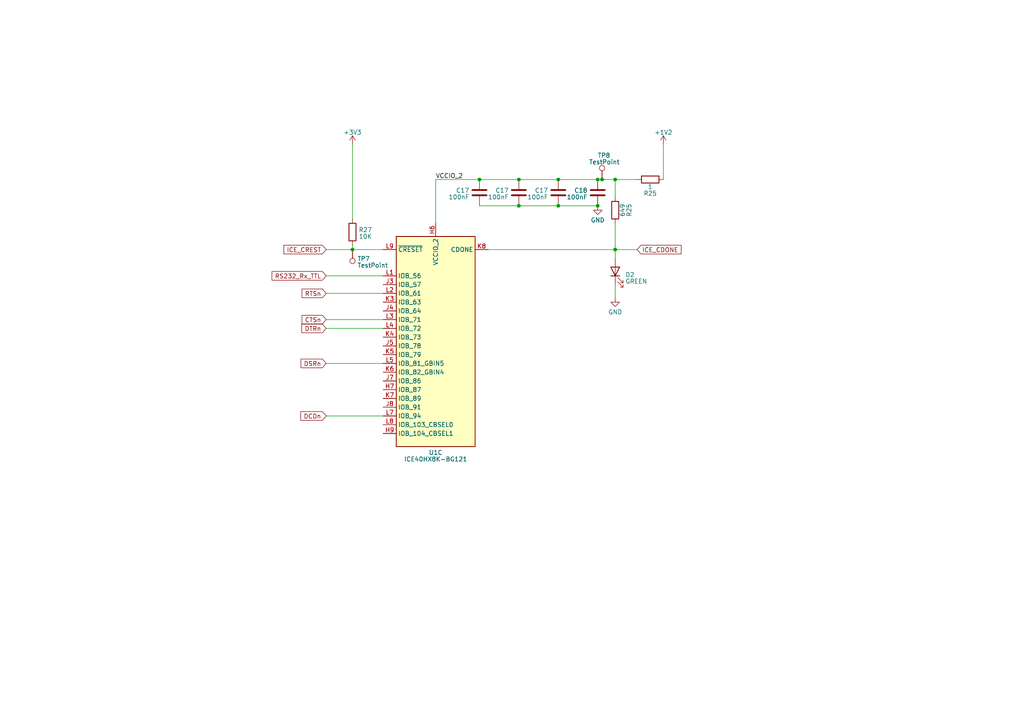
<source format=kicad_sch>
(kicad_sch (version 20230121) (generator eeschema)

  (uuid de984c47-a4b3-4404-8f6d-5958f9d846d6)

  (paper "A4")

  (title_block
    (date "2023-04-25")
    (rev "V0.5")
    (company "Universal-Field-Objects")
  )

  (lib_symbols
    (symbol "Connector:TestPoint" (pin_numbers hide) (pin_names (offset 0.762) hide) (in_bom yes) (on_board yes)
      (property "Reference" "TP" (at 0 6.858 0)
        (effects (font (size 1.27 1.27)))
      )
      (property "Value" "TestPoint" (at 0 5.08 0)
        (effects (font (size 1.27 1.27)))
      )
      (property "Footprint" "" (at 5.08 0 0)
        (effects (font (size 1.27 1.27)) hide)
      )
      (property "Datasheet" "~" (at 5.08 0 0)
        (effects (font (size 1.27 1.27)) hide)
      )
      (property "ki_keywords" "test point tp" (at 0 0 0)
        (effects (font (size 1.27 1.27)) hide)
      )
      (property "ki_description" "test point" (at 0 0 0)
        (effects (font (size 1.27 1.27)) hide)
      )
      (property "ki_fp_filters" "Pin* Test*" (at 0 0 0)
        (effects (font (size 1.27 1.27)) hide)
      )
      (symbol "TestPoint_0_1"
        (circle (center 0 3.302) (radius 0.762)
          (stroke (width 0) (type default))
          (fill (type none))
        )
      )
      (symbol "TestPoint_1_1"
        (pin passive line (at 0 0 90) (length 2.54)
          (name "1" (effects (font (size 1.27 1.27))))
          (number "1" (effects (font (size 1.27 1.27))))
        )
      )
    )
    (symbol "Device:C" (pin_numbers hide) (pin_names (offset 0.254)) (in_bom yes) (on_board yes)
      (property "Reference" "C" (at 0.635 2.54 0)
        (effects (font (size 1.27 1.27)) (justify left))
      )
      (property "Value" "C" (at 0.635 -2.54 0)
        (effects (font (size 1.27 1.27)) (justify left))
      )
      (property "Footprint" "" (at 0.9652 -3.81 0)
        (effects (font (size 1.27 1.27)) hide)
      )
      (property "Datasheet" "~" (at 0 0 0)
        (effects (font (size 1.27 1.27)) hide)
      )
      (property "ki_keywords" "cap capacitor" (at 0 0 0)
        (effects (font (size 1.27 1.27)) hide)
      )
      (property "ki_description" "Unpolarized capacitor" (at 0 0 0)
        (effects (font (size 1.27 1.27)) hide)
      )
      (property "ki_fp_filters" "C_*" (at 0 0 0)
        (effects (font (size 1.27 1.27)) hide)
      )
      (symbol "C_0_1"
        (polyline
          (pts
            (xy -2.032 -0.762)
            (xy 2.032 -0.762)
          )
          (stroke (width 0.508) (type default))
          (fill (type none))
        )
        (polyline
          (pts
            (xy -2.032 0.762)
            (xy 2.032 0.762)
          )
          (stroke (width 0.508) (type default))
          (fill (type none))
        )
      )
      (symbol "C_1_1"
        (pin passive line (at 0 3.81 270) (length 2.794)
          (name "~" (effects (font (size 1.27 1.27))))
          (number "1" (effects (font (size 1.27 1.27))))
        )
        (pin passive line (at 0 -3.81 90) (length 2.794)
          (name "~" (effects (font (size 1.27 1.27))))
          (number "2" (effects (font (size 1.27 1.27))))
        )
      )
    )
    (symbol "Device:LED" (pin_numbers hide) (pin_names (offset 1.016) hide) (in_bom yes) (on_board yes)
      (property "Reference" "D" (at 0 2.54 0)
        (effects (font (size 1.27 1.27)))
      )
      (property "Value" "LED" (at 0 -2.54 0)
        (effects (font (size 1.27 1.27)))
      )
      (property "Footprint" "" (at 0 0 0)
        (effects (font (size 1.27 1.27)) hide)
      )
      (property "Datasheet" "~" (at 0 0 0)
        (effects (font (size 1.27 1.27)) hide)
      )
      (property "ki_keywords" "LED diode" (at 0 0 0)
        (effects (font (size 1.27 1.27)) hide)
      )
      (property "ki_description" "Light emitting diode" (at 0 0 0)
        (effects (font (size 1.27 1.27)) hide)
      )
      (property "ki_fp_filters" "LED* LED_SMD:* LED_THT:*" (at 0 0 0)
        (effects (font (size 1.27 1.27)) hide)
      )
      (symbol "LED_0_1"
        (polyline
          (pts
            (xy -1.27 -1.27)
            (xy -1.27 1.27)
          )
          (stroke (width 0.254) (type default))
          (fill (type none))
        )
        (polyline
          (pts
            (xy -1.27 0)
            (xy 1.27 0)
          )
          (stroke (width 0) (type default))
          (fill (type none))
        )
        (polyline
          (pts
            (xy 1.27 -1.27)
            (xy 1.27 1.27)
            (xy -1.27 0)
            (xy 1.27 -1.27)
          )
          (stroke (width 0.254) (type default))
          (fill (type none))
        )
        (polyline
          (pts
            (xy -3.048 -0.762)
            (xy -4.572 -2.286)
            (xy -3.81 -2.286)
            (xy -4.572 -2.286)
            (xy -4.572 -1.524)
          )
          (stroke (width 0) (type default))
          (fill (type none))
        )
        (polyline
          (pts
            (xy -1.778 -0.762)
            (xy -3.302 -2.286)
            (xy -2.54 -2.286)
            (xy -3.302 -2.286)
            (xy -3.302 -1.524)
          )
          (stroke (width 0) (type default))
          (fill (type none))
        )
      )
      (symbol "LED_1_1"
        (pin passive line (at -3.81 0 0) (length 2.54)
          (name "K" (effects (font (size 1.27 1.27))))
          (number "1" (effects (font (size 1.27 1.27))))
        )
        (pin passive line (at 3.81 0 180) (length 2.54)
          (name "A" (effects (font (size 1.27 1.27))))
          (number "2" (effects (font (size 1.27 1.27))))
        )
      )
    )
    (symbol "Device:R" (pin_numbers hide) (pin_names (offset 0)) (in_bom yes) (on_board yes)
      (property "Reference" "R" (at 2.032 0 90)
        (effects (font (size 1.27 1.27)))
      )
      (property "Value" "R" (at 0 0 90)
        (effects (font (size 1.27 1.27)))
      )
      (property "Footprint" "" (at -1.778 0 90)
        (effects (font (size 1.27 1.27)) hide)
      )
      (property "Datasheet" "~" (at 0 0 0)
        (effects (font (size 1.27 1.27)) hide)
      )
      (property "ki_keywords" "R res resistor" (at 0 0 0)
        (effects (font (size 1.27 1.27)) hide)
      )
      (property "ki_description" "Resistor" (at 0 0 0)
        (effects (font (size 1.27 1.27)) hide)
      )
      (property "ki_fp_filters" "R_*" (at 0 0 0)
        (effects (font (size 1.27 1.27)) hide)
      )
      (symbol "R_0_1"
        (rectangle (start -1.016 -2.54) (end 1.016 2.54)
          (stroke (width 0.254) (type default))
          (fill (type none))
        )
      )
      (symbol "R_1_1"
        (pin passive line (at 0 3.81 270) (length 1.27)
          (name "~" (effects (font (size 1.27 1.27))))
          (number "1" (effects (font (size 1.27 1.27))))
        )
        (pin passive line (at 0 -3.81 90) (length 1.27)
          (name "~" (effects (font (size 1.27 1.27))))
          (number "2" (effects (font (size 1.27 1.27))))
        )
      )
    )
    (symbol "FPGA_Lattice:ICE40HX8K-BG121" (in_bom yes) (on_board yes)
      (property "Reference" "U" (at 2.54 44.45 0)
        (effects (font (size 1.27 1.27)))
      )
      (property "Value" "ICE40HX8K-BG121" (at 10.16 41.91 0)
        (effects (font (size 1.27 1.27)))
      )
      (property "Footprint" "Package_BGA:BGA-121_9.0x9.0mm_Layout11x11_P0.8mm_Ball0.4mm_Pad0.35mm_NSMD" (at 0 -36.83 0)
        (effects (font (size 1.27 1.27)) hide)
      )
      (property "Datasheet" "http://www.latticesemi.com/Products/FPGAandCPLD/iCE40" (at -21.59 25.4 0)
        (effects (font (size 1.27 1.27)) hide)
      )
      (property "ki_locked" "" (at 0 0 0)
        (effects (font (size 1.27 1.27)))
      )
      (property "ki_keywords" "FPGA programmable logic" (at 0 0 0)
        (effects (font (size 1.27 1.27)) hide)
      )
      (property "ki_description" "iCE40 HX FPGA, 7680 LUTs, 1.2V, BGA-121" (at 0 0 0)
        (effects (font (size 1.27 1.27)) hide)
      )
      (property "ki_fp_filters" "BGA*9.0x9.0mm*Layout11x11*P0.8mm*Ball0.4mm*" (at 0 0 0)
        (effects (font (size 1.27 1.27)) hide)
      )
      (symbol "ICE40HX8K-BG121_1_1"
        (rectangle (start -8.89 31.75) (end 8.89 -38.1)
          (stroke (width 0.254) (type default))
          (fill (type background))
        )
        (pin bidirectional line (at -12.7 -35.56 0) (length 3.81)
          (name "IOT_225" (effects (font (size 1.27 1.27))))
          (number "A1" (effects (font (size 1.27 1.27))))
        )
        (pin bidirectional line (at -12.7 17.78 0) (length 3.81)
          (name "IOT_170" (effects (font (size 1.27 1.27))))
          (number "A10" (effects (font (size 1.27 1.27))))
        )
        (pin bidirectional line (at -12.7 20.32 0) (length 3.81)
          (name "IOT_168" (effects (font (size 1.27 1.27))))
          (number "A11" (effects (font (size 1.27 1.27))))
        )
        (pin bidirectional line (at -12.7 -30.48 0) (length 3.81)
          (name "IOT_222" (effects (font (size 1.27 1.27))))
          (number "A2" (effects (font (size 1.27 1.27))))
        )
        (pin bidirectional line (at -12.7 -33.02 0) (length 3.81)
          (name "IOT_223" (effects (font (size 1.27 1.27))))
          (number "A3" (effects (font (size 1.27 1.27))))
        )
        (pin bidirectional line (at -12.7 -20.32 0) (length 3.81)
          (name "IOT_211" (effects (font (size 1.27 1.27))))
          (number "A4" (effects (font (size 1.27 1.27))))
        )
        (pin bidirectional line (at -12.7 -15.24 0) (length 3.81)
          (name "IOT_207" (effects (font (size 1.27 1.27))))
          (number "A5" (effects (font (size 1.27 1.27))))
        )
        (pin bidirectional line (at -12.7 -12.7 0) (length 3.81)
          (name "IOT_206" (effects (font (size 1.27 1.27))))
          (number "A6" (effects (font (size 1.27 1.27))))
        )
        (pin bidirectional line (at -12.7 -5.08 0) (length 3.81)
          (name "IOT_192" (effects (font (size 1.27 1.27))))
          (number "A7" (effects (font (size 1.27 1.27))))
        )
        (pin bidirectional line (at -12.7 0 0) (length 3.81)
          (name "IOT_190" (effects (font (size 1.27 1.27))))
          (number "A8" (effects (font (size 1.27 1.27))))
        )
        (pin bidirectional line (at -12.7 7.62 0) (length 3.81)
          (name "IOT_178" (effects (font (size 1.27 1.27))))
          (number "A9" (effects (font (size 1.27 1.27))))
        )
        (pin bidirectional line (at -12.7 -27.94 0) (length 3.81)
          (name "IOT_221" (effects (font (size 1.27 1.27))))
          (number "B3" (effects (font (size 1.27 1.27))))
        )
        (pin bidirectional line (at -12.7 -25.4 0) (length 3.81)
          (name "IOT_219" (effects (font (size 1.27 1.27))))
          (number "B4" (effects (font (size 1.27 1.27))))
        )
        (pin bidirectional line (at -12.7 -17.78 0) (length 3.81)
          (name "IOT_208" (effects (font (size 1.27 1.27))))
          (number "B5" (effects (font (size 1.27 1.27))))
        )
        (pin bidirectional line (at -12.7 -10.16 0) (length 3.81)
          (name "IOT_198_GBIN0" (effects (font (size 1.27 1.27))))
          (number "B6" (effects (font (size 1.27 1.27))))
        )
        (pin bidirectional line (at -12.7 -7.62 0) (length 3.81)
          (name "IOT_197_GBIN1" (effects (font (size 1.27 1.27))))
          (number "B7" (effects (font (size 1.27 1.27))))
        )
        (pin bidirectional line (at -12.7 10.16 0) (length 3.81)
          (name "IOT_177" (effects (font (size 1.27 1.27))))
          (number "B8" (effects (font (size 1.27 1.27))))
        )
        (pin bidirectional line (at -12.7 12.7 0) (length 3.81)
          (name "IOT_174" (effects (font (size 1.27 1.27))))
          (number "B9" (effects (font (size 1.27 1.27))))
        )
        (pin bidirectional line (at -12.7 -2.54 0) (length 3.81)
          (name "IOT_191" (effects (font (size 1.27 1.27))))
          (number "C7" (effects (font (size 1.27 1.27))))
        )
        (pin bidirectional line (at -12.7 5.08 0) (length 3.81)
          (name "IOT_179" (effects (font (size 1.27 1.27))))
          (number "C8" (effects (font (size 1.27 1.27))))
        )
        (pin bidirectional line (at -12.7 15.24 0) (length 3.81)
          (name "IOT_172" (effects (font (size 1.27 1.27))))
          (number "C9" (effects (font (size 1.27 1.27))))
        )
        (pin bidirectional line (at -12.7 -22.86 0) (length 3.81)
          (name "IOT_212" (effects (font (size 1.27 1.27))))
          (number "D5" (effects (font (size 1.27 1.27))))
        )
        (pin power_in line (at 0 35.56 270) (length 3.81)
          (name "VCCIO_0" (effects (font (size 1.27 1.27))))
          (number "D6" (effects (font (size 1.27 1.27))))
        )
        (pin bidirectional line (at -12.7 2.54 0) (length 3.81)
          (name "IOT_181" (effects (font (size 1.27 1.27))))
          (number "D7" (effects (font (size 1.27 1.27))))
        )
      )
      (symbol "ICE40HX8K-BG121_2_1"
        (rectangle (start -8.89 31.75) (end 8.89 -33.02)
          (stroke (width 0.254) (type default))
          (fill (type background))
        )
        (pin bidirectional line (at -12.7 -30.48 0) (length 3.81)
          (name "IOR_161" (effects (font (size 1.27 1.27))))
          (number "B11" (effects (font (size 1.27 1.27))))
        )
        (pin bidirectional line (at -12.7 -27.94 0) (length 3.81)
          (name "IOR_160" (effects (font (size 1.27 1.27))))
          (number "C11" (effects (font (size 1.27 1.27))))
        )
        (pin bidirectional line (at -12.7 -25.4 0) (length 3.81)
          (name "IOR_154" (effects (font (size 1.27 1.27))))
          (number "D10" (effects (font (size 1.27 1.27))))
        )
        (pin bidirectional line (at -12.7 -22.86 0) (length 3.81)
          (name "IOR_152" (effects (font (size 1.27 1.27))))
          (number "D11" (effects (font (size 1.27 1.27))))
        )
        (pin bidirectional line (at -12.7 -17.78 0) (length 3.81)
          (name "IOR_147" (effects (font (size 1.27 1.27))))
          (number "D9" (effects (font (size 1.27 1.27))))
        )
        (pin bidirectional line (at -12.7 -10.16 0) (length 3.81)
          (name "IOR_141_GBIN2" (effects (font (size 1.27 1.27))))
          (number "E10" (effects (font (size 1.27 1.27))))
        )
        (pin bidirectional line (at -12.7 -20.32 0) (length 3.81)
          (name "IOR_148" (effects (font (size 1.27 1.27))))
          (number "E11" (effects (font (size 1.27 1.27))))
        )
        (pin bidirectional line (at -12.7 -15.24 0) (length 3.81)
          (name "IOR_146" (effects (font (size 1.27 1.27))))
          (number "E8" (effects (font (size 1.27 1.27))))
        )
        (pin bidirectional line (at -12.7 -12.7 0) (length 3.81)
          (name "IOR_144" (effects (font (size 1.27 1.27))))
          (number "E9" (effects (font (size 1.27 1.27))))
        )
        (pin bidirectional line (at -12.7 -2.54 0) (length 3.81)
          (name "IOR_136" (effects (font (size 1.27 1.27))))
          (number "F10" (effects (font (size 1.27 1.27))))
        )
        (pin bidirectional line (at -12.7 -7.62 0) (length 3.81)
          (name "IOR_140_GBIN3" (effects (font (size 1.27 1.27))))
          (number "F11" (effects (font (size 1.27 1.27))))
        )
        (pin power_in line (at 0 35.56 270) (length 3.81)
          (name "VCCIO_1" (effects (font (size 1.27 1.27))))
          (number "F8" (effects (font (size 1.27 1.27))))
        )
        (pin bidirectional line (at -12.7 -5.08 0) (length 3.81)
          (name "IOR_137" (effects (font (size 1.27 1.27))))
          (number "F9" (effects (font (size 1.27 1.27))))
        )
        (pin bidirectional line (at -12.7 5.08 0) (length 3.81)
          (name "IOR_120" (effects (font (size 1.27 1.27))))
          (number "G10" (effects (font (size 1.27 1.27))))
        )
        (pin bidirectional line (at -12.7 0 0) (length 3.81)
          (name "IOR_129" (effects (font (size 1.27 1.27))))
          (number "G11" (effects (font (size 1.27 1.27))))
        )
        (pin bidirectional line (at -12.7 10.16 0) (length 3.81)
          (name "IOR_118" (effects (font (size 1.27 1.27))))
          (number "G8" (effects (font (size 1.27 1.27))))
        )
        (pin bidirectional line (at -12.7 2.54 0) (length 3.81)
          (name "IOR_128" (effects (font (size 1.27 1.27))))
          (number "G9" (effects (font (size 1.27 1.27))))
        )
        (pin bidirectional line (at -12.7 15.24 0) (length 3.81)
          (name "IOR_116" (effects (font (size 1.27 1.27))))
          (number "H10" (effects (font (size 1.27 1.27))))
        )
        (pin bidirectional line (at -12.7 7.62 0) (length 3.81)
          (name "IOR_119" (effects (font (size 1.27 1.27))))
          (number "H11" (effects (font (size 1.27 1.27))))
        )
        (pin bidirectional line (at -12.7 12.7 0) (length 3.81)
          (name "IOR_117" (effects (font (size 1.27 1.27))))
          (number "J10" (effects (font (size 1.27 1.27))))
        )
        (pin bidirectional line (at -12.7 20.32 0) (length 3.81)
          (name "IOR_114" (effects (font (size 1.27 1.27))))
          (number "J11" (effects (font (size 1.27 1.27))))
        )
        (pin bidirectional line (at -12.7 17.78 0) (length 3.81)
          (name "IOR_115" (effects (font (size 1.27 1.27))))
          (number "K11" (effects (font (size 1.27 1.27))))
        )
      )
      (symbol "ICE40HX8K-BG121_3_1"
        (rectangle (start -11.43 29.21) (end 11.43 -31.75)
          (stroke (width 0.254) (type default))
          (fill (type background))
        )
        (pin power_in line (at 0 33.02 270) (length 3.81)
          (name "VCCIO_2" (effects (font (size 1.27 1.27))))
          (number "H6" (effects (font (size 1.27 1.27))))
        )
        (pin bidirectional line (at -15.24 -15.24 0) (length 3.81)
          (name "IOB_87" (effects (font (size 1.27 1.27))))
          (number "H7" (effects (font (size 1.27 1.27))))
        )
        (pin bidirectional line (at -15.24 -27.94 0) (length 3.81)
          (name "IOB_104_CBSEL1" (effects (font (size 1.27 1.27))))
          (number "H9" (effects (font (size 1.27 1.27))))
        )
        (pin bidirectional line (at -15.24 15.24 0) (length 3.81)
          (name "IOB_57" (effects (font (size 1.27 1.27))))
          (number "J3" (effects (font (size 1.27 1.27))))
        )
        (pin bidirectional line (at -15.24 7.62 0) (length 3.81)
          (name "IOB_64" (effects (font (size 1.27 1.27))))
          (number "J4" (effects (font (size 1.27 1.27))))
        )
        (pin bidirectional line (at -15.24 -2.54 0) (length 3.81)
          (name "IOB_78" (effects (font (size 1.27 1.27))))
          (number "J5" (effects (font (size 1.27 1.27))))
        )
        (pin bidirectional line (at -15.24 -12.7 0) (length 3.81)
          (name "IOB_86" (effects (font (size 1.27 1.27))))
          (number "J7" (effects (font (size 1.27 1.27))))
        )
        (pin bidirectional line (at -15.24 -20.32 0) (length 3.81)
          (name "IOB_91" (effects (font (size 1.27 1.27))))
          (number "J8" (effects (font (size 1.27 1.27))))
        )
        (pin bidirectional line (at -15.24 10.16 0) (length 3.81)
          (name "IOB_63" (effects (font (size 1.27 1.27))))
          (number "K3" (effects (font (size 1.27 1.27))))
        )
        (pin bidirectional line (at -15.24 0 0) (length 3.81)
          (name "IOB_73" (effects (font (size 1.27 1.27))))
          (number "K4" (effects (font (size 1.27 1.27))))
        )
        (pin bidirectional line (at -15.24 -5.08 0) (length 3.81)
          (name "IOB_79" (effects (font (size 1.27 1.27))))
          (number "K5" (effects (font (size 1.27 1.27))))
        )
        (pin bidirectional line (at -15.24 -10.16 0) (length 3.81)
          (name "IOB_82_GBIN4" (effects (font (size 1.27 1.27))))
          (number "K6" (effects (font (size 1.27 1.27))))
        )
        (pin bidirectional line (at -15.24 -17.78 0) (length 3.81)
          (name "IOB_89" (effects (font (size 1.27 1.27))))
          (number "K7" (effects (font (size 1.27 1.27))))
        )
        (pin open_collector line (at 15.24 25.4 180) (length 3.81)
          (name "CDONE" (effects (font (size 1.27 1.27))))
          (number "K8" (effects (font (size 1.27 1.27))))
        )
        (pin bidirectional line (at -15.24 17.78 0) (length 3.81)
          (name "IOB_56" (effects (font (size 1.27 1.27))))
          (number "L1" (effects (font (size 1.27 1.27))))
        )
        (pin bidirectional line (at -15.24 12.7 0) (length 3.81)
          (name "IOB_61" (effects (font (size 1.27 1.27))))
          (number "L2" (effects (font (size 1.27 1.27))))
        )
        (pin bidirectional line (at -15.24 5.08 0) (length 3.81)
          (name "IOB_71" (effects (font (size 1.27 1.27))))
          (number "L3" (effects (font (size 1.27 1.27))))
        )
        (pin bidirectional line (at -15.24 2.54 0) (length 3.81)
          (name "IOB_72" (effects (font (size 1.27 1.27))))
          (number "L4" (effects (font (size 1.27 1.27))))
        )
        (pin bidirectional line (at -15.24 -7.62 0) (length 3.81)
          (name "IOB_81_GBIN5" (effects (font (size 1.27 1.27))))
          (number "L5" (effects (font (size 1.27 1.27))))
        )
        (pin bidirectional line (at -15.24 -22.86 0) (length 3.81)
          (name "IOB_94" (effects (font (size 1.27 1.27))))
          (number "L7" (effects (font (size 1.27 1.27))))
        )
        (pin bidirectional line (at -15.24 -25.4 0) (length 3.81)
          (name "IOB_103_CBSEL0" (effects (font (size 1.27 1.27))))
          (number "L8" (effects (font (size 1.27 1.27))))
        )
        (pin input line (at -15.24 25.4 0) (length 3.81)
          (name "~{CRESET}" (effects (font (size 1.27 1.27))))
          (number "L9" (effects (font (size 1.27 1.27))))
        )
      )
      (symbol "ICE40HX8K-BG121_4_1"
        (rectangle (start -8.89 39.37) (end 8.89 -39.37)
          (stroke (width 0.254) (type default))
          (fill (type background))
        )
        (pin bidirectional line (at -12.7 27.94 0) (length 3.81)
          (name "IOL_2A" (effects (font (size 1.27 1.27))))
          (number "B1" (effects (font (size 1.27 1.27))))
        )
        (pin bidirectional line (at -12.7 25.4 0) (length 3.81)
          (name "IOL_2B" (effects (font (size 1.27 1.27))))
          (number "B2" (effects (font (size 1.27 1.27))))
        )
        (pin bidirectional line (at -12.7 15.24 0) (length 3.81)
          (name "IOL_5B" (effects (font (size 1.27 1.27))))
          (number "C1" (effects (font (size 1.27 1.27))))
        )
        (pin bidirectional line (at -12.7 17.78 0) (length 3.81)
          (name "IOL_5A" (effects (font (size 1.27 1.27))))
          (number "C2" (effects (font (size 1.27 1.27))))
        )
        (pin bidirectional line (at -12.7 20.32 0) (length 3.81)
          (name "IOL_4B" (effects (font (size 1.27 1.27))))
          (number "C3" (effects (font (size 1.27 1.27))))
        )
        (pin bidirectional line (at -12.7 22.86 0) (length 3.81)
          (name "IOL_4A" (effects (font (size 1.27 1.27))))
          (number "C4" (effects (font (size 1.27 1.27))))
        )
        (pin bidirectional line (at -12.7 10.16 0) (length 3.81)
          (name "IOL_8B" (effects (font (size 1.27 1.27))))
          (number "D1" (effects (font (size 1.27 1.27))))
        )
        (pin bidirectional line (at -12.7 7.62 0) (length 3.81)
          (name "IOL_9A" (effects (font (size 1.27 1.27))))
          (number "D2" (effects (font (size 1.27 1.27))))
        )
        (pin bidirectional line (at -12.7 5.08 0) (length 3.81)
          (name "IOL_9B" (effects (font (size 1.27 1.27))))
          (number "D3" (effects (font (size 1.27 1.27))))
        )
        (pin bidirectional line (at -12.7 12.7 0) (length 3.81)
          (name "IOL_8A" (effects (font (size 1.27 1.27))))
          (number "E1" (effects (font (size 1.27 1.27))))
        )
        (pin bidirectional line (at -12.7 2.54 0) (length 3.81)
          (name "IOL_10A" (effects (font (size 1.27 1.27))))
          (number "E2" (effects (font (size 1.27 1.27))))
        )
        (pin bidirectional line (at -12.7 0 0) (length 3.81)
          (name "IOL_10B" (effects (font (size 1.27 1.27))))
          (number "E3" (effects (font (size 1.27 1.27))))
        )
        (pin power_in line (at 0 43.18 270) (length 3.81)
          (name "VCCIO_3" (effects (font (size 1.27 1.27))))
          (number "E4" (effects (font (size 1.27 1.27))))
        )
        (pin bidirectional line (at -12.7 -2.54 0) (length 3.81)
          (name "IOL_12A" (effects (font (size 1.27 1.27))))
          (number "F1" (effects (font (size 1.27 1.27))))
        )
        (pin bidirectional line (at -12.7 -5.08 0) (length 3.81)
          (name "IOL_12B" (effects (font (size 1.27 1.27))))
          (number "F2" (effects (font (size 1.27 1.27))))
        )
        (pin bidirectional line (at -12.7 -10.16 0) (length 3.81)
          (name "IOL_13B_GBIN7" (effects (font (size 1.27 1.27))))
          (number "F3" (effects (font (size 1.27 1.27))))
        )
        (pin bidirectional line (at -12.7 -7.62 0) (length 3.81)
          (name "IOL_13A" (effects (font (size 1.27 1.27))))
          (number "F4" (effects (font (size 1.27 1.27))))
        )
        (pin bidirectional line (at -12.7 -12.7 0) (length 3.81)
          (name "IOL_14A_GBIN6" (effects (font (size 1.27 1.27))))
          (number "G1" (effects (font (size 1.27 1.27))))
        )
        (pin bidirectional line (at -12.7 -15.24 0) (length 3.81)
          (name "IOL_14B" (effects (font (size 1.27 1.27))))
          (number "G2" (effects (font (size 1.27 1.27))))
        )
        (pin bidirectional line (at -12.7 -17.78 0) (length 3.81)
          (name "IOL_17A" (effects (font (size 1.27 1.27))))
          (number "G3" (effects (font (size 1.27 1.27))))
        )
        (pin passive line (at 0 43.18 270) (length 3.81) hide
          (name "VCCIO_3" (effects (font (size 1.27 1.27))))
          (number "G4" (effects (font (size 1.27 1.27))))
        )
        (pin bidirectional line (at -12.7 -22.86 0) (length 3.81)
          (name "IOL_18A" (effects (font (size 1.27 1.27))))
          (number "H1" (effects (font (size 1.27 1.27))))
        )
        (pin bidirectional line (at -12.7 -25.4 0) (length 3.81)
          (name "IOL_18B" (effects (font (size 1.27 1.27))))
          (number "H2" (effects (font (size 1.27 1.27))))
        )
        (pin bidirectional line (at -12.7 -20.32 0) (length 3.81)
          (name "IOL_17B" (effects (font (size 1.27 1.27))))
          (number "H3" (effects (font (size 1.27 1.27))))
        )
        (pin bidirectional line (at -12.7 -27.94 0) (length 3.81)
          (name "IOL_23A" (effects (font (size 1.27 1.27))))
          (number "J1" (effects (font (size 1.27 1.27))))
        )
        (pin bidirectional line (at -12.7 -35.56 0) (length 3.81)
          (name "IOL_25B" (effects (font (size 1.27 1.27))))
          (number "J2" (effects (font (size 1.27 1.27))))
        )
        (pin bidirectional line (at -12.7 -30.48 0) (length 3.81)
          (name "IOL_23B" (effects (font (size 1.27 1.27))))
          (number "K1" (effects (font (size 1.27 1.27))))
        )
        (pin bidirectional line (at -12.7 -33.02 0) (length 3.81)
          (name "IOL_25A" (effects (font (size 1.27 1.27))))
          (number "K2" (effects (font (size 1.27 1.27))))
        )
      )
      (symbol "ICE40HX8K-BG121_5_1"
        (rectangle (start -11.43 13.97) (end 11.43 -13.97)
          (stroke (width 0.254) (type default))
          (fill (type background))
        )
        (pin power_in line (at -2.54 17.78 270) (length 3.81)
          (name "VPP_FAST" (effects (font (size 1.27 1.27))))
          (number "B10" (effects (font (size 1.27 1.27))))
        )
        (pin power_in line (at 0 17.78 270) (length 3.81)
          (name "VPP_2V5" (effects (font (size 1.27 1.27))))
          (number "C10" (effects (font (size 1.27 1.27))))
        )
        (pin power_in line (at 15.24 -10.16 180) (length 3.81)
          (name "GNDPLL1" (effects (font (size 1.27 1.27))))
          (number "C5" (effects (font (size 1.27 1.27))))
        )
        (pin power_in line (at 15.24 -2.54 180) (length 3.81)
          (name "VCCPLL1" (effects (font (size 1.27 1.27))))
          (number "C6" (effects (font (size 1.27 1.27))))
        )
        (pin passive line (at 2.54 17.78 270) (length 3.81) hide
          (name "VCC" (effects (font (size 1.27 1.27))))
          (number "D4" (effects (font (size 1.27 1.27))))
        )
        (pin power_in line (at 2.54 17.78 270) (length 3.81)
          (name "VCC" (effects (font (size 1.27 1.27))))
          (number "D8" (effects (font (size 1.27 1.27))))
        )
        (pin power_in line (at -7.62 -17.78 90) (length 3.81)
          (name "GND" (effects (font (size 1.27 1.27))))
          (number "E5" (effects (font (size 1.27 1.27))))
        )
        (pin passive line (at -7.62 -17.78 90) (length 3.81) hide
          (name "GND" (effects (font (size 1.27 1.27))))
          (number "E6" (effects (font (size 1.27 1.27))))
        )
        (pin passive line (at -7.62 -17.78 90) (length 3.81) hide
          (name "GND" (effects (font (size 1.27 1.27))))
          (number "E7" (effects (font (size 1.27 1.27))))
        )
        (pin passive line (at -7.62 -17.78 90) (length 3.81) hide
          (name "GND" (effects (font (size 1.27 1.27))))
          (number "F5" (effects (font (size 1.27 1.27))))
        )
        (pin passive line (at -7.62 -17.78 90) (length 3.81) hide
          (name "GND" (effects (font (size 1.27 1.27))))
          (number "F6" (effects (font (size 1.27 1.27))))
        )
        (pin passive line (at -7.62 -17.78 90) (length 3.81) hide
          (name "GND" (effects (font (size 1.27 1.27))))
          (number "F7" (effects (font (size 1.27 1.27))))
        )
        (pin passive line (at -7.62 -17.78 90) (length 3.81) hide
          (name "GND" (effects (font (size 1.27 1.27))))
          (number "G5" (effects (font (size 1.27 1.27))))
        )
        (pin passive line (at -7.62 -17.78 90) (length 3.81) hide
          (name "GND" (effects (font (size 1.27 1.27))))
          (number "G6" (effects (font (size 1.27 1.27))))
        )
        (pin passive line (at -7.62 -17.78 90) (length 3.81) hide
          (name "GND" (effects (font (size 1.27 1.27))))
          (number "G7" (effects (font (size 1.27 1.27))))
        )
        (pin passive line (at 2.54 17.78 270) (length 3.81) hide
          (name "VCC" (effects (font (size 1.27 1.27))))
          (number "H4" (effects (font (size 1.27 1.27))))
        )
        (pin passive line (at -7.62 -17.78 90) (length 3.81) hide
          (name "GND" (effects (font (size 1.27 1.27))))
          (number "H5" (effects (font (size 1.27 1.27))))
        )
        (pin passive line (at 2.54 17.78 270) (length 3.81) hide
          (name "VCC" (effects (font (size 1.27 1.27))))
          (number "H8" (effects (font (size 1.27 1.27))))
        )
        (pin power_in line (at 15.24 7.62 180) (length 3.81)
          (name "VCCPLL0" (effects (font (size 1.27 1.27))))
          (number "J6" (effects (font (size 1.27 1.27))))
        )
        (pin bidirectional line (at -15.24 0 0) (length 3.81)
          (name "IOB_106_SDI" (effects (font (size 1.27 1.27))))
          (number "J9" (effects (font (size 1.27 1.27))))
        )
        (pin bidirectional line (at -15.24 -5.08 0) (length 3.81)
          (name "IOB_108_SS" (effects (font (size 1.27 1.27))))
          (number "K10" (effects (font (size 1.27 1.27))))
        )
        (pin bidirectional line (at -15.24 2.54 0) (length 3.81)
          (name "IOB_105_SDO" (effects (font (size 1.27 1.27))))
          (number "K9" (effects (font (size 1.27 1.27))))
        )
        (pin bidirectional line (at -15.24 -2.54 0) (length 3.81)
          (name "IOB_107_SCK" (effects (font (size 1.27 1.27))))
          (number "L10" (effects (font (size 1.27 1.27))))
        )
        (pin power_in line (at -7.62 17.78 270) (length 3.81)
          (name "VCC_SPI" (effects (font (size 1.27 1.27))))
          (number "L11" (effects (font (size 1.27 1.27))))
        )
        (pin power_in line (at 15.24 0 180) (length 3.81)
          (name "GNDPLL0" (effects (font (size 1.27 1.27))))
          (number "L6" (effects (font (size 1.27 1.27))))
        )
      )
    )
    (symbol "power:+1V2" (power) (pin_names (offset 0)) (in_bom yes) (on_board yes)
      (property "Reference" "#PWR" (at 0 -3.81 0)
        (effects (font (size 1.27 1.27)) hide)
      )
      (property "Value" "+1V2" (at 0 3.556 0)
        (effects (font (size 1.27 1.27)))
      )
      (property "Footprint" "" (at 0 0 0)
        (effects (font (size 1.27 1.27)) hide)
      )
      (property "Datasheet" "" (at 0 0 0)
        (effects (font (size 1.27 1.27)) hide)
      )
      (property "ki_keywords" "global power" (at 0 0 0)
        (effects (font (size 1.27 1.27)) hide)
      )
      (property "ki_description" "Power symbol creates a global label with name \"+1V2\"" (at 0 0 0)
        (effects (font (size 1.27 1.27)) hide)
      )
      (symbol "+1V2_0_1"
        (polyline
          (pts
            (xy -0.762 1.27)
            (xy 0 2.54)
          )
          (stroke (width 0) (type default))
          (fill (type none))
        )
        (polyline
          (pts
            (xy 0 0)
            (xy 0 2.54)
          )
          (stroke (width 0) (type default))
          (fill (type none))
        )
        (polyline
          (pts
            (xy 0 2.54)
            (xy 0.762 1.27)
          )
          (stroke (width 0) (type default))
          (fill (type none))
        )
      )
      (symbol "+1V2_1_1"
        (pin power_in line (at 0 0 90) (length 0) hide
          (name "+1V2" (effects (font (size 1.27 1.27))))
          (number "1" (effects (font (size 1.27 1.27))))
        )
      )
    )
    (symbol "power:+3V3" (power) (pin_names (offset 0)) (in_bom yes) (on_board yes)
      (property "Reference" "#PWR" (at 0 -3.81 0)
        (effects (font (size 1.27 1.27)) hide)
      )
      (property "Value" "+3V3" (at 0 3.556 0)
        (effects (font (size 1.27 1.27)))
      )
      (property "Footprint" "" (at 0 0 0)
        (effects (font (size 1.27 1.27)) hide)
      )
      (property "Datasheet" "" (at 0 0 0)
        (effects (font (size 1.27 1.27)) hide)
      )
      (property "ki_keywords" "global power" (at 0 0 0)
        (effects (font (size 1.27 1.27)) hide)
      )
      (property "ki_description" "Power symbol creates a global label with name \"+3V3\"" (at 0 0 0)
        (effects (font (size 1.27 1.27)) hide)
      )
      (symbol "+3V3_0_1"
        (polyline
          (pts
            (xy -0.762 1.27)
            (xy 0 2.54)
          )
          (stroke (width 0) (type default))
          (fill (type none))
        )
        (polyline
          (pts
            (xy 0 0)
            (xy 0 2.54)
          )
          (stroke (width 0) (type default))
          (fill (type none))
        )
        (polyline
          (pts
            (xy 0 2.54)
            (xy 0.762 1.27)
          )
          (stroke (width 0) (type default))
          (fill (type none))
        )
      )
      (symbol "+3V3_1_1"
        (pin power_in line (at 0 0 90) (length 0) hide
          (name "+3V3" (effects (font (size 1.27 1.27))))
          (number "1" (effects (font (size 1.27 1.27))))
        )
      )
    )
    (symbol "power:GND" (power) (pin_names (offset 0)) (in_bom yes) (on_board yes)
      (property "Reference" "#PWR" (at 0 -6.35 0)
        (effects (font (size 1.27 1.27)) hide)
      )
      (property "Value" "GND" (at 0 -3.81 0)
        (effects (font (size 1.27 1.27)))
      )
      (property "Footprint" "" (at 0 0 0)
        (effects (font (size 1.27 1.27)) hide)
      )
      (property "Datasheet" "" (at 0 0 0)
        (effects (font (size 1.27 1.27)) hide)
      )
      (property "ki_keywords" "global power" (at 0 0 0)
        (effects (font (size 1.27 1.27)) hide)
      )
      (property "ki_description" "Power symbol creates a global label with name \"GND\" , ground" (at 0 0 0)
        (effects (font (size 1.27 1.27)) hide)
      )
      (symbol "GND_0_1"
        (polyline
          (pts
            (xy 0 0)
            (xy 0 -1.27)
            (xy 1.27 -1.27)
            (xy 0 -2.54)
            (xy -1.27 -1.27)
            (xy 0 -1.27)
          )
          (stroke (width 0) (type default))
          (fill (type none))
        )
      )
      (symbol "GND_1_1"
        (pin power_in line (at 0 0 270) (length 0) hide
          (name "GND" (effects (font (size 1.27 1.27))))
          (number "1" (effects (font (size 1.27 1.27))))
        )
      )
    )
  )

  (junction (at 150.495 52.07) (diameter 0) (color 0 0 0 0)
    (uuid 00ba2dcf-578c-4310-97d5-c64b06c0225f)
  )
  (junction (at 173.355 59.69) (diameter 0) (color 0 0 0 0)
    (uuid 04d76e3d-a2bd-4eaf-8eb6-1710d943334c)
  )
  (junction (at 178.435 52.07) (diameter 0) (color 0 0 0 0)
    (uuid 0617b8b6-bcfc-44d7-b9fe-b7b525c3e39f)
  )
  (junction (at 174.625 52.07) (diameter 0) (color 0 0 0 0)
    (uuid 1df13dd2-c306-4711-a1ce-ce6a338a634c)
  )
  (junction (at 139.065 52.07) (diameter 0) (color 0 0 0 0)
    (uuid 3946433c-6669-4cc2-890d-b512e24f3042)
  )
  (junction (at 173.355 52.07) (diameter 0) (color 0 0 0 0)
    (uuid 49222b38-d486-4562-ab27-9241faf825dc)
  )
  (junction (at 150.495 59.69) (diameter 0) (color 0 0 0 0)
    (uuid 717e41e9-c9a9-441e-85a5-a5be799ffbb8)
  )
  (junction (at 102.235 72.39) (diameter 0) (color 0 0 0 0)
    (uuid 87424eef-6735-4e13-bb6d-4bf128fd970f)
  )
  (junction (at 161.925 59.69) (diameter 0) (color 0 0 0 0)
    (uuid 9fba5231-bb99-4e29-9eac-7bae90d76738)
  )
  (junction (at 178.435 72.39) (diameter 0) (color 0 0 0 0)
    (uuid c0c40030-6a15-4ad5-b834-6b827fd1c112)
  )
  (junction (at 161.925 52.07) (diameter 0) (color 0 0 0 0)
    (uuid f89ddeaf-673f-4cd8-9d70-11b078e14ef7)
  )

  (wire (pts (xy 94.615 80.01) (xy 111.125 80.01))
    (stroke (width 0) (type default))
    (uuid 0283b067-c807-46df-9882-65bf036faad0)
  )
  (wire (pts (xy 102.235 41.91) (xy 102.235 63.5))
    (stroke (width 0) (type default))
    (uuid 1a9b1be3-e8ea-40e1-9e20-e3b1503abb83)
  )
  (wire (pts (xy 102.235 71.12) (xy 102.235 72.39))
    (stroke (width 0) (type default))
    (uuid 1c07f847-20c5-4399-b11d-e788b7855d83)
  )
  (wire (pts (xy 161.925 59.69) (xy 150.495 59.69))
    (stroke (width 0) (type default))
    (uuid 20f44f6f-c624-4e7c-8e27-9d9f211d8249)
  )
  (wire (pts (xy 174.625 52.07) (xy 178.435 52.07))
    (stroke (width 0) (type default))
    (uuid 27f40eb3-4997-4e6b-ab52-f394998303a9)
  )
  (wire (pts (xy 94.615 85.09) (xy 111.125 85.09))
    (stroke (width 0) (type default))
    (uuid 3473f78b-383b-42fa-8e8b-90a27ff683d1)
  )
  (wire (pts (xy 141.605 72.39) (xy 178.435 72.39))
    (stroke (width 0) (type default))
    (uuid 41c22ef2-dfe9-4286-ba48-b7c2e811d84a)
  )
  (wire (pts (xy 161.925 52.07) (xy 173.355 52.07))
    (stroke (width 0) (type default))
    (uuid 468890f0-e801-4cab-a613-e4d649c61a88)
  )
  (wire (pts (xy 126.365 52.07) (xy 126.365 64.77))
    (stroke (width 0) (type default))
    (uuid 56d441c4-7e4a-4108-bfd0-cbbe36548d9c)
  )
  (wire (pts (xy 192.405 41.91) (xy 192.405 52.07))
    (stroke (width 0) (type default))
    (uuid 6adfb0a0-3e6c-4a28-95a9-456511601a2b)
  )
  (wire (pts (xy 174.625 52.07) (xy 173.355 52.07))
    (stroke (width 0) (type default))
    (uuid 6d79b4de-7d26-487e-a8f0-feddb4dd1dd8)
  )
  (wire (pts (xy 139.065 52.07) (xy 126.365 52.07))
    (stroke (width 0) (type default))
    (uuid 6dffc49f-ec2b-4d53-8c79-3d7cfe3a262d)
  )
  (wire (pts (xy 94.615 105.41) (xy 111.125 105.41))
    (stroke (width 0) (type default))
    (uuid 706e3917-8700-47bd-a43a-ac8b659da169)
  )
  (wire (pts (xy 161.925 52.07) (xy 150.495 52.07))
    (stroke (width 0) (type default))
    (uuid 7226766e-520b-4497-8615-14163424bd07)
  )
  (wire (pts (xy 178.435 64.77) (xy 178.435 72.39))
    (stroke (width 0) (type default))
    (uuid 78b0ebe7-3231-4572-a141-e6afdc0f176e)
  )
  (wire (pts (xy 94.615 120.65) (xy 111.125 120.65))
    (stroke (width 0) (type default))
    (uuid 7d9db6c5-c771-437a-a6e5-407dcde17031)
  )
  (wire (pts (xy 94.615 72.39) (xy 102.235 72.39))
    (stroke (width 0) (type default))
    (uuid 85a9a2de-9d43-4ecb-9b9f-9127d88daa47)
  )
  (wire (pts (xy 161.925 59.69) (xy 173.355 59.69))
    (stroke (width 0) (type default))
    (uuid 882b65af-52a9-4099-909a-b227fd933c41)
  )
  (wire (pts (xy 150.495 52.07) (xy 139.065 52.07))
    (stroke (width 0) (type default))
    (uuid a7ac9cac-c9e4-4a51-a81d-d7992964490c)
  )
  (wire (pts (xy 102.235 72.39) (xy 111.125 72.39))
    (stroke (width 0) (type default))
    (uuid b2db9daf-896a-4fbb-9843-6964ab4af535)
  )
  (wire (pts (xy 94.615 92.71) (xy 111.125 92.71))
    (stroke (width 0) (type default))
    (uuid c337c100-15b8-42db-8113-b7b2580ea09f)
  )
  (wire (pts (xy 150.495 59.69) (xy 139.065 59.69))
    (stroke (width 0) (type default))
    (uuid c9eb5466-5274-42df-8b39-3e888ad54469)
  )
  (wire (pts (xy 178.435 52.07) (xy 184.785 52.07))
    (stroke (width 0) (type default))
    (uuid de3427c0-cb90-45f9-a58a-dac26bbb1013)
  )
  (wire (pts (xy 178.435 72.39) (xy 178.435 74.93))
    (stroke (width 0) (type default))
    (uuid e1f16548-89ba-45b0-8447-f0dcfa1bb115)
  )
  (wire (pts (xy 178.435 52.07) (xy 178.435 57.15))
    (stroke (width 0) (type default))
    (uuid e3d927c3-caa4-4a59-9158-5e1c779bdeda)
  )
  (wire (pts (xy 178.435 72.39) (xy 184.785 72.39))
    (stroke (width 0) (type default))
    (uuid e8e8f101-ac41-4231-9eab-993af2cfb0a0)
  )
  (wire (pts (xy 94.615 95.25) (xy 111.125 95.25))
    (stroke (width 0) (type default))
    (uuid f861a11d-c485-4eed-b176-cc7f80f91255)
  )
  (wire (pts (xy 178.435 82.55) (xy 178.435 86.36))
    (stroke (width 0) (type default))
    (uuid fecffebe-02ae-448c-8f3f-93e284c30f8a)
  )

  (label "VCCIO_2" (at 126.365 52.07 0) (fields_autoplaced)
    (effects (font (size 1.27 1.27)) (justify left bottom))
    (uuid 4ad38bb6-b294-452d-8226-f97071b7e83e)
  )

  (global_label "CTSn" (shape input) (at 94.615 92.71 180) (fields_autoplaced)
    (effects (font (size 1.27 1.27)) (justify right))
    (uuid 26e5367a-0c16-4f9b-b188-1de324e6a2ea)
    (property "Intersheetrefs" "${INTERSHEET_REFS}" (at 87.1131 92.71 0)
      (effects (font (size 1.27 1.27)) (justify right) hide)
    )
  )
  (global_label "DCDn" (shape input) (at 94.615 120.65 180) (fields_autoplaced)
    (effects (font (size 1.27 1.27)) (justify right))
    (uuid 3ace9994-3eba-4002-9f87-a66b32baa760)
    (property "Intersheetrefs" "${INTERSHEET_REFS}" (at 86.7502 120.65 0)
      (effects (font (size 1.27 1.27)) (justify right) hide)
    )
  )
  (global_label "ICE_CDONE" (shape input) (at 184.785 72.39 0) (fields_autoplaced)
    (effects (font (size 1.27 1.27)) (justify left))
    (uuid 3d88cb10-d731-4f2d-8afd-b18867474e52)
    (property "Intersheetrefs" "${INTERSHEET_REFS}" (at 198.0322 72.39 0)
      (effects (font (size 1.27 1.27)) (justify left) hide)
    )
  )
  (global_label "DTRn" (shape input) (at 94.615 95.25 180) (fields_autoplaced)
    (effects (font (size 1.27 1.27)) (justify right))
    (uuid 5f541b93-e33f-4a81-8f86-087e8c63079b)
    (property "Intersheetrefs" "${INTERSHEET_REFS}" (at 87.0526 95.25 0)
      (effects (font (size 1.27 1.27)) (justify right) hide)
    )
  )
  (global_label "RS232_Rx_TTL" (shape input) (at 94.615 80.01 180) (fields_autoplaced)
    (effects (font (size 1.27 1.27)) (justify right))
    (uuid 8bd31b6c-e949-4b3b-b507-e45ed4986d76)
    (property "Intersheetrefs" "${INTERSHEET_REFS}" (at 78.4046 80.01 0)
      (effects (font (size 1.27 1.27)) (justify right) hide)
    )
  )
  (global_label "DSRn" (shape input) (at 94.615 105.41 180) (fields_autoplaced)
    (effects (font (size 1.27 1.27)) (justify right))
    (uuid b04785bf-9d5f-4f0d-a2db-8f402aa05dff)
    (property "Intersheetrefs" "${INTERSHEET_REFS}" (at 86.8107 105.41 0)
      (effects (font (size 1.27 1.27)) (justify right) hide)
    )
  )
  (global_label "RTSn" (shape input) (at 94.615 85.09 180) (fields_autoplaced)
    (effects (font (size 1.27 1.27)) (justify right))
    (uuid cb130e67-8164-4b9b-b9f6-b7ded323ab79)
    (property "Intersheetrefs" "${INTERSHEET_REFS}" (at 87.1131 85.09 0)
      (effects (font (size 1.27 1.27)) (justify right) hide)
    )
  )
  (global_label "ICE_CREST" (shape input) (at 94.615 72.39 180) (fields_autoplaced)
    (effects (font (size 1.27 1.27)) (justify right))
    (uuid f845cfba-a839-4685-a23b-6679fd03e415)
    (property "Intersheetrefs" "${INTERSHEET_REFS}" (at 81.8517 72.39 0)
      (effects (font (size 1.27 1.27)) (justify right) hide)
    )
  )

  (symbol (lib_id "FPGA_Lattice:ICE40HX8K-BG121") (at 126.365 97.79 0) (unit 3)
    (in_bom yes) (on_board yes) (dnp no) (fields_autoplaced)
    (uuid 175d3f53-42d0-411e-ab49-bbc08c87dad1)
    (property "Reference" "U1" (at 126.365 131.2625 0)
      (effects (font (size 1.27 1.27)))
    )
    (property "Value" "ICE40HX8K-BG121" (at 126.365 133.1835 0)
      (effects (font (size 1.27 1.27)))
    )
    (property "Footprint" "Package_BGA:BGA-121_9.0x9.0mm_Layout11x11_P0.8mm_Ball0.4mm_Pad0.35mm_NSMD" (at 126.365 134.62 0)
      (effects (font (size 1.27 1.27)) hide)
    )
    (property "Datasheet" "http://www.latticesemi.com/Products/FPGAandCPLD/iCE40" (at 104.775 72.39 0)
      (effects (font (size 1.27 1.27)) hide)
    )
    (pin "A1" (uuid 049f06d8-cda7-49ff-8789-6e58488907a8))
    (pin "A10" (uuid e3498085-27c7-464f-8a74-d2633094b3d9))
    (pin "A11" (uuid 0e5c4935-1ad8-497d-84f2-aa184d89b975))
    (pin "A2" (uuid 0ae9cda9-a01c-4388-9c4e-85aa7575d754))
    (pin "A3" (uuid f68ecc0c-cb51-453b-87e7-2874b3c9b6d3))
    (pin "A4" (uuid 842a37ff-4eaf-4ee9-b389-97a99a029658))
    (pin "A5" (uuid 52c11ba3-f20f-470a-a50a-e8f4a91a46de))
    (pin "A6" (uuid 59b42890-a310-4b46-a412-50a689059653))
    (pin "A7" (uuid d3dfd546-f4b7-4558-859c-5816e2c7f9e2))
    (pin "A8" (uuid f44c1908-b1ea-46b4-9868-211c428a8ac8))
    (pin "A9" (uuid 06c0215b-3ee9-49d5-b1fa-e24cf6937827))
    (pin "B3" (uuid 46d704b6-be1e-4bab-b0eb-d0b4d214bc6c))
    (pin "B4" (uuid 5895e1f9-84f2-428f-ae7b-d1de816fd250))
    (pin "B5" (uuid 493d77e2-4de6-4edf-82ad-18339886e9cb))
    (pin "B6" (uuid 7f4a1ca3-f2b1-4c1e-8e4a-3d3d7315c593))
    (pin "B7" (uuid c57a477d-0e82-4a37-9f37-a19c7f11feb3))
    (pin "B8" (uuid 7fc8841f-0e5f-4b9d-8713-a87f535c3b35))
    (pin "B9" (uuid 4cd5efc8-7a61-4cbb-9333-3ba2b47ee571))
    (pin "C7" (uuid 52040a29-70d5-4660-9a62-2cdac5faf86d))
    (pin "C8" (uuid f1c26565-b213-49e2-8e67-6c097c847f91))
    (pin "C9" (uuid 9ca035dd-a844-4c28-8d20-64602203230b))
    (pin "D5" (uuid ac94824b-49f8-4be4-be99-5f0bbd850d46))
    (pin "D6" (uuid 1804a948-c33a-4460-8188-e6af117ab44c))
    (pin "D7" (uuid 99535729-40bf-4485-85c9-d89b7f0bfae7))
    (pin "B11" (uuid 9831ae14-7043-4781-8c54-fce117f10a38))
    (pin "C11" (uuid 89f8e2df-0a36-47f7-8743-df582c50a208))
    (pin "D10" (uuid 82866836-2995-4636-8a1f-11979d82fce1))
    (pin "D11" (uuid ab7f8d04-3524-4620-8c67-0c8515933ad3))
    (pin "D9" (uuid c3c06cea-6a23-4761-8c6b-db47963a06ce))
    (pin "E10" (uuid 71f49a6d-f94b-4109-a272-23ade8cc5362))
    (pin "E11" (uuid fdc283ae-7f29-4b4a-8a09-10fc2137ff42))
    (pin "E8" (uuid 7d36969a-fd4b-40c4-8cdc-67211c715332))
    (pin "E9" (uuid dae313e1-962c-49b1-a287-f03f6c8791ea))
    (pin "F10" (uuid 1da3836d-d522-4f25-b63f-1e762011bf38))
    (pin "F11" (uuid 2e090f87-9ab5-4ff1-838d-0d4133ac079e))
    (pin "F8" (uuid 8ac4f04b-c050-4efb-bae1-eb86cdaa95fb))
    (pin "F9" (uuid 3e866240-0451-4454-ac6b-2049378f3225))
    (pin "G10" (uuid b78b1bab-02bb-4615-9603-91e6565839d6))
    (pin "G11" (uuid 9ac65934-ba71-424a-8174-c3fe86f3446f))
    (pin "G8" (uuid d99de4c2-d26c-445b-be52-31eca5f22df1))
    (pin "G9" (uuid 7555a0f7-f5d9-4d1c-9cef-d7d85c589929))
    (pin "H10" (uuid c5f8d422-3c2a-4675-9644-370a907cc7e4))
    (pin "H11" (uuid d5f1d006-4fb9-4913-b123-85b5dd6d9d46))
    (pin "J10" (uuid a67e4449-7a55-4c13-b702-03f46b7e84d8))
    (pin "J11" (uuid 7259bb04-5d4c-4a3c-ba12-32ec43c8dd17))
    (pin "K11" (uuid fed2c6b9-170f-43de-854d-75fa2af51ef7))
    (pin "H6" (uuid fbdd2624-aea8-4bbd-bde4-f548ee1e125d))
    (pin "H7" (uuid ba6ccc3f-f980-4816-835e-2c8e9f4de973))
    (pin "H9" (uuid 827a07c5-a5a6-4d54-b677-c81cd88ef5db))
    (pin "J3" (uuid edff028c-7479-4f3c-8113-080500d2e36c))
    (pin "J4" (uuid 70901973-25b1-4a8b-ae2d-2b559441797b))
    (pin "J5" (uuid 4f8c3db6-a007-4592-bf42-2600ad0fb176))
    (pin "J7" (uuid c79963f0-9dae-4058-aed2-14dd86e77543))
    (pin "J8" (uuid 212e2a1d-f321-41e0-b887-1f0fe2397cd2))
    (pin "K3" (uuid 7d295e89-9c11-4bd4-9a26-98e25c31ace6))
    (pin "K4" (uuid 90540c8b-26ae-4272-b2df-f766f7e320a6))
    (pin "K5" (uuid 6f902d2c-205b-4f99-a0bc-e71223ba9a0d))
    (pin "K6" (uuid 6c085b3b-b963-4834-8493-91cff7ef6db3))
    (pin "K7" (uuid ff824c17-58e1-44d6-803e-6a54e2648206))
    (pin "K8" (uuid 1b74568b-d3fc-47d6-bc27-503a6fdb6a80))
    (pin "L1" (uuid 214ef100-3ff0-41be-af8c-0bc8630e40b4))
    (pin "L2" (uuid 1c2ebadc-afa5-411a-b794-f54b4a1525a4))
    (pin "L3" (uuid a48dbd35-9130-4444-989b-5ac48115b92a))
    (pin "L4" (uuid 152e365f-aea3-44e3-9ba6-140e5ed35929))
    (pin "L5" (uuid 0404003f-0930-4308-bd36-af0be87052fd))
    (pin "L7" (uuid 2c1d410c-9c90-4394-b190-ce5ea60f3979))
    (pin "L8" (uuid 22b847a1-dbf3-4358-bfe3-ce354041a3d2))
    (pin "L9" (uuid b34ae7ea-c271-453e-8277-6771cecf4650))
    (pin "B1" (uuid 5e04b251-28d7-4e8d-b03b-d74fcef6ac52))
    (pin "B2" (uuid 3febcf31-782f-4cae-86f1-b0e7917f1e17))
    (pin "C1" (uuid 83474967-1482-4361-abf7-86000c1f58c2))
    (pin "C2" (uuid c299777b-b0c9-436e-b2ef-76aec844ddc4))
    (pin "C3" (uuid 3e111264-42eb-43ce-b63b-58eccd6118c2))
    (pin "C4" (uuid 1e1f6978-f13f-41c4-943d-4468d8c8c75c))
    (pin "D1" (uuid 12e0e1da-3906-4aab-9669-ba38e69a9873))
    (pin "D2" (uuid d30b1a25-2206-48ec-a2a5-fe8dffc17548))
    (pin "D3" (uuid cb316a0f-8960-4dcf-9a61-937cb979401d))
    (pin "E1" (uuid 445890a3-2bfb-4a0a-a9e7-8baca1da1fea))
    (pin "E2" (uuid dbe30143-5f81-403c-87ef-ab2d54942e55))
    (pin "E3" (uuid 69599c3e-fec2-4806-8661-3f98b69ac8c0))
    (pin "E4" (uuid c63b92b4-f599-467a-9ec2-7a24a022dfdc))
    (pin "F1" (uuid a5a4dc75-6eb6-4e5f-abd7-19d1850bff65))
    (pin "F2" (uuid 69527d9f-1d93-4108-95c9-32cfbbdb57ef))
    (pin "F3" (uuid 57cc2348-e526-4e9d-b76e-3ac9ecf2c297))
    (pin "F4" (uuid f38dfca2-fe61-4336-a3cb-dcd20471ccc7))
    (pin "G1" (uuid 0b322204-e046-4e40-83be-dbde39fc1c50))
    (pin "G2" (uuid 042a65ee-c7bc-4c54-979d-bcf1b18c2204))
    (pin "G3" (uuid c6aa8f1d-5d9b-4014-8f96-b6b264f5c9e0))
    (pin "G4" (uuid 3c79da88-9675-4220-a35a-4f6b6ba189c4))
    (pin "H1" (uuid 6367e0e5-7017-4926-9c3f-e73f916eb1db))
    (pin "H2" (uuid ce5b687a-6a7c-4966-b516-014f5a632842))
    (pin "H3" (uuid c7a19d61-65c6-4940-9a7b-473f3a6f84ba))
    (pin "J1" (uuid ebde6007-951b-46cc-ae50-82a099841848))
    (pin "J2" (uuid 69690f92-30c2-446b-9af4-56c0fd07ff29))
    (pin "K1" (uuid b2d3aca8-053f-4782-b248-70368a050739))
    (pin "K2" (uuid dc6d8a18-111d-4ab3-9b51-23f36a81fd1d))
    (pin "B10" (uuid 15711fe8-6933-47a7-815e-84afd5bbb445))
    (pin "C10" (uuid b0474184-7a91-4a93-aa74-78b4e6c75392))
    (pin "C5" (uuid 23f9be01-249d-40ca-a830-280c14a0e8b7))
    (pin "C6" (uuid ec823c2c-3f21-47a1-b258-12d01dc170ee))
    (pin "D4" (uuid 348de3cb-a217-4f9a-b7a6-cd0f8a9e9e29))
    (pin "D8" (uuid 15217d1d-49ed-47d7-a5eb-8ddb945fa323))
    (pin "E5" (uuid c2ba9df6-73ae-4282-ae6c-094148039279))
    (pin "E6" (uuid 475ee097-6c45-4070-9834-b1ab3a1a3d90))
    (pin "E7" (uuid e69a6366-28f2-453d-ad01-7e0557f063d7))
    (pin "F5" (uuid 37263adc-b20e-4fd2-af96-41191f899d81))
    (pin "F6" (uuid 1d40823d-416e-4877-b784-ef5eb0935935))
    (pin "F7" (uuid 1c01f9c3-53c3-4111-ade3-50dbb5a5c9aa))
    (pin "G5" (uuid e76874f9-d322-4d0c-bdd1-ec351dff601c))
    (pin "G6" (uuid ab8c202d-0d35-4c36-8d8f-f85bdb0f8922))
    (pin "G7" (uuid b9ad9436-d326-44be-bfbf-820ac9b6e3b1))
    (pin "H4" (uuid e53899b4-63b4-4e6f-9a70-6f17aa59cc42))
    (pin "H5" (uuid 8be1cc64-4df7-4093-a7a0-1aa682e8e936))
    (pin "H8" (uuid df423a0e-cdde-46df-9bf6-a1b77d6b6987))
    (pin "J6" (uuid 4a7a57e0-ac84-43ff-b7ee-0780a0f339a0))
    (pin "J9" (uuid 09d26d2d-3cfc-4789-b28e-dc13957408e8))
    (pin "K10" (uuid 974bc41f-f777-4dd1-b655-415a59edd658))
    (pin "K9" (uuid 00806f28-3881-4c0c-bc02-dc9b4bd59cc9))
    (pin "L10" (uuid f797d36f-241e-411e-98f9-83a2c255288a))
    (pin "L11" (uuid 24295e33-b38b-4d4a-9665-59ae985bcfc6))
    (pin "L6" (uuid 203f716c-8664-4003-a5d3-0f0792c9ce17))
    (instances
      (project "UFO-FPGA"
        (path "/b3168f6a-c732-41d3-aeeb-d97dd2f1bb65"
          (reference "U1") (unit 3)
        )
        (path "/b3168f6a-c732-41d3-aeeb-d97dd2f1bb65/6f7e0d88-d92b-4c4f-9dc8-64721cd46d41"
          (reference "U1") (unit 3)
        )
      )
    )
  )

  (symbol (lib_id "Device:C") (at 150.495 55.88 0) (mirror y) (unit 1)
    (in_bom yes) (on_board yes) (dnp no) (fields_autoplaced)
    (uuid 1ba09794-b55e-40f5-8fbd-2a2a483a7758)
    (property "Reference" "C17" (at 147.574 55.2363 0)
      (effects (font (size 1.27 1.27)) (justify left))
    )
    (property "Value" "100nF" (at 147.574 57.1573 0)
      (effects (font (size 1.27 1.27)) (justify left))
    )
    (property "Footprint" "Capacitor_SMD:C_0805_2012Metric_Pad1.18x1.45mm_HandSolder" (at 149.5298 59.69 0)
      (effects (font (size 1.27 1.27)) hide)
    )
    (property "Datasheet" "~" (at 150.495 55.88 0)
      (effects (font (size 1.27 1.27)) hide)
    )
    (pin "1" (uuid c89c00ac-132d-462d-814e-d51f96ae0df1))
    (pin "2" (uuid 03b137e0-0f54-40bb-813a-c47c6fecd4b8))
    (instances
      (project "UFO-FPGA"
        (path "/b3168f6a-c732-41d3-aeeb-d97dd2f1bb65/a9a0295d-b075-4952-a5ba-04debc5f691c"
          (reference "C17") (unit 1)
        )
        (path "/b3168f6a-c732-41d3-aeeb-d97dd2f1bb65/6f7e0d88-d92b-4c4f-9dc8-64721cd46d41"
          (reference "C22") (unit 1)
        )
      )
    )
  )

  (symbol (lib_id "Device:C") (at 173.355 55.88 0) (mirror y) (unit 1)
    (in_bom yes) (on_board yes) (dnp no) (fields_autoplaced)
    (uuid 1d8e247f-2a99-4b5d-874f-10378e9a0365)
    (property "Reference" "C18" (at 170.434 55.2363 0)
      (effects (font (size 1.27 1.27)) (justify left))
    )
    (property "Value" "100nF" (at 170.434 57.1573 0)
      (effects (font (size 1.27 1.27)) (justify left))
    )
    (property "Footprint" "Capacitor_SMD:C_0805_2012Metric_Pad1.18x1.45mm_HandSolder" (at 172.3898 59.69 0)
      (effects (font (size 1.27 1.27)) hide)
    )
    (property "Datasheet" "~" (at 173.355 55.88 0)
      (effects (font (size 1.27 1.27)) hide)
    )
    (pin "1" (uuid 2ac38817-890f-48ee-853f-52a1bc20c346))
    (pin "2" (uuid e5f43cfa-aef2-4505-968b-a95829b7e41a))
    (instances
      (project "UFO-FPGA"
        (path "/b3168f6a-c732-41d3-aeeb-d97dd2f1bb65/a9a0295d-b075-4952-a5ba-04debc5f691c"
          (reference "C18") (unit 1)
        )
        (path "/b3168f6a-c732-41d3-aeeb-d97dd2f1bb65/6f7e0d88-d92b-4c4f-9dc8-64721cd46d41"
          (reference "C24") (unit 1)
        )
      )
    )
  )

  (symbol (lib_id "Device:LED") (at 178.435 78.74 90) (unit 1)
    (in_bom yes) (on_board yes) (dnp no) (fields_autoplaced)
    (uuid 21b16240-2dec-46da-a865-393444cfe7a8)
    (property "Reference" "D2" (at 181.356 79.6838 90)
      (effects (font (size 1.27 1.27)) (justify right))
    )
    (property "Value" "GREEN" (at 181.356 81.6048 90)
      (effects (font (size 1.27 1.27)) (justify right))
    )
    (property "Footprint" "LED_SMD:LED_0805_2012Metric_Pad1.15x1.40mm_HandSolder" (at 178.435 78.74 0)
      (effects (font (size 1.27 1.27)) hide)
    )
    (property "Datasheet" "~" (at 178.435 78.74 0)
      (effects (font (size 1.27 1.27)) hide)
    )
    (pin "1" (uuid 1832cacf-21c7-4175-beb9-fe16064a7a53))
    (pin "2" (uuid 550c2c80-938e-40cb-b57a-770751811039))
    (instances
      (project "UFO-FPGA"
        (path "/b3168f6a-c732-41d3-aeeb-d97dd2f1bb65/6f7e0d88-d92b-4c4f-9dc8-64721cd46d41"
          (reference "D2") (unit 1)
        )
      )
    )
  )

  (symbol (lib_id "power:GND") (at 173.355 59.69 0) (unit 1)
    (in_bom yes) (on_board yes) (dnp no) (fields_autoplaced)
    (uuid 2d22f8e4-0cbe-4b5e-abf9-0c01d4d8660a)
    (property "Reference" "#PWR031" (at 173.355 66.04 0)
      (effects (font (size 1.27 1.27)) hide)
    )
    (property "Value" "GND" (at 173.355 63.8255 0)
      (effects (font (size 1.27 1.27)))
    )
    (property "Footprint" "" (at 173.355 59.69 0)
      (effects (font (size 1.27 1.27)) hide)
    )
    (property "Datasheet" "" (at 173.355 59.69 0)
      (effects (font (size 1.27 1.27)) hide)
    )
    (pin "1" (uuid b64618ab-3caf-4454-9680-68973b4fa41a))
    (instances
      (project "UFO-FPGA"
        (path "/b3168f6a-c732-41d3-aeeb-d97dd2f1bb65/6f7e0d88-d92b-4c4f-9dc8-64721cd46d41"
          (reference "#PWR031") (unit 1)
        )
      )
    )
  )

  (symbol (lib_id "Device:R") (at 178.435 60.96 0) (unit 1)
    (in_bom yes) (on_board yes) (dnp no)
    (uuid 34edc1c9-1134-4518-9090-ef972a81e683)
    (property "Reference" "R25" (at 182.4609 60.96 90)
      (effects (font (size 1.27 1.27)))
    )
    (property "Value" "649" (at 180.5399 60.96 90)
      (effects (font (size 1.27 1.27)))
    )
    (property "Footprint" "" (at 176.657 60.96 90)
      (effects (font (size 1.27 1.27)) hide)
    )
    (property "Datasheet" "~" (at 178.435 60.96 0)
      (effects (font (size 1.27 1.27)) hide)
    )
    (pin "1" (uuid 5f6e327e-e5de-4497-a66f-22c9b97389e2))
    (pin "2" (uuid d20e0467-00b5-405b-9833-e5b60a5ff24d))
    (instances
      (project "UFO-FPGA"
        (path "/b3168f6a-c732-41d3-aeeb-d97dd2f1bb65/a9a0295d-b075-4952-a5ba-04debc5f691c"
          (reference "R25") (unit 1)
        )
        (path "/b3168f6a-c732-41d3-aeeb-d97dd2f1bb65/6f7e0d88-d92b-4c4f-9dc8-64721cd46d41"
          (reference "R28") (unit 1)
        )
      )
    )
  )

  (symbol (lib_id "power:+3V3") (at 102.235 41.91 0) (unit 1)
    (in_bom yes) (on_board yes) (dnp no) (fields_autoplaced)
    (uuid 5b8a76e2-8db9-4fe4-a684-bde2d2dea7df)
    (property "Reference" "#PWR029" (at 102.235 45.72 0)
      (effects (font (size 1.27 1.27)) hide)
    )
    (property "Value" "+3V3" (at 102.235 38.4081 0)
      (effects (font (size 1.27 1.27)))
    )
    (property "Footprint" "" (at 102.235 41.91 0)
      (effects (font (size 1.27 1.27)) hide)
    )
    (property "Datasheet" "" (at 102.235 41.91 0)
      (effects (font (size 1.27 1.27)) hide)
    )
    (pin "1" (uuid fbfcd6e4-383f-4649-b9bc-085abaed92b9))
    (instances
      (project "UFO-FPGA"
        (path "/b3168f6a-c732-41d3-aeeb-d97dd2f1bb65/6f7e0d88-d92b-4c4f-9dc8-64721cd46d41"
          (reference "#PWR029") (unit 1)
        )
      )
    )
  )

  (symbol (lib_id "Device:R") (at 188.595 52.07 270) (unit 1)
    (in_bom yes) (on_board yes) (dnp no)
    (uuid 5c083c80-be86-49e7-b500-0e42306ff059)
    (property "Reference" "R25" (at 188.595 56.0959 90)
      (effects (font (size 1.27 1.27)))
    )
    (property "Value" "1" (at 188.595 54.1749 90)
      (effects (font (size 1.27 1.27)))
    )
    (property "Footprint" "Resistor_SMD:R_0805_2012Metric_Pad1.20x1.40mm_HandSolder" (at 188.595 50.292 90)
      (effects (font (size 1.27 1.27)) hide)
    )
    (property "Datasheet" "~" (at 188.595 52.07 0)
      (effects (font (size 1.27 1.27)) hide)
    )
    (pin "1" (uuid 4d364b48-d4be-483d-9966-cf1cc65aa0d8))
    (pin "2" (uuid 30bb631a-5b24-4b03-a714-55887a0f0a59))
    (instances
      (project "UFO-FPGA"
        (path "/b3168f6a-c732-41d3-aeeb-d97dd2f1bb65/a9a0295d-b075-4952-a5ba-04debc5f691c"
          (reference "R25") (unit 1)
        )
        (path "/b3168f6a-c732-41d3-aeeb-d97dd2f1bb65/6f7e0d88-d92b-4c4f-9dc8-64721cd46d41"
          (reference "R29") (unit 1)
        )
      )
    )
  )

  (symbol (lib_id "Device:C") (at 139.065 55.88 0) (mirror y) (unit 1)
    (in_bom yes) (on_board yes) (dnp no) (fields_autoplaced)
    (uuid a1c46c04-1ccd-4a8c-9327-338686878f59)
    (property "Reference" "C17" (at 136.144 55.2363 0)
      (effects (font (size 1.27 1.27)) (justify left))
    )
    (property "Value" "100nF" (at 136.144 57.1573 0)
      (effects (font (size 1.27 1.27)) (justify left))
    )
    (property "Footprint" "Capacitor_SMD:C_0805_2012Metric_Pad1.18x1.45mm_HandSolder" (at 138.0998 59.69 0)
      (effects (font (size 1.27 1.27)) hide)
    )
    (property "Datasheet" "~" (at 139.065 55.88 0)
      (effects (font (size 1.27 1.27)) hide)
    )
    (pin "1" (uuid ed19a44e-78c9-4af5-82dc-d2122e11e06d))
    (pin "2" (uuid 49ef2b73-d7e0-45e1-adfa-9abda661fe53))
    (instances
      (project "UFO-FPGA"
        (path "/b3168f6a-c732-41d3-aeeb-d97dd2f1bb65/a9a0295d-b075-4952-a5ba-04debc5f691c"
          (reference "C17") (unit 1)
        )
        (path "/b3168f6a-c732-41d3-aeeb-d97dd2f1bb65/6f7e0d88-d92b-4c4f-9dc8-64721cd46d41"
          (reference "C21") (unit 1)
        )
      )
    )
  )

  (symbol (lib_id "Device:R") (at 102.235 67.31 0) (unit 1)
    (in_bom yes) (on_board yes) (dnp no) (fields_autoplaced)
    (uuid ab3b4da7-7baa-4db7-abda-dab3a411761e)
    (property "Reference" "R27" (at 104.013 66.6663 0)
      (effects (font (size 1.27 1.27)) (justify left))
    )
    (property "Value" "10K" (at 104.013 68.5873 0)
      (effects (font (size 1.27 1.27)) (justify left))
    )
    (property "Footprint" "Resistor_SMD:R_0805_2012Metric_Pad1.20x1.40mm_HandSolder" (at 100.457 67.31 90)
      (effects (font (size 1.27 1.27)) hide)
    )
    (property "Datasheet" "~" (at 102.235 67.31 0)
      (effects (font (size 1.27 1.27)) hide)
    )
    (pin "1" (uuid 944b1527-bb48-4411-b83b-330369a59955))
    (pin "2" (uuid 1a8c0b86-00b9-4a97-8259-8662d292060f))
    (instances
      (project "UFO-FPGA"
        (path "/b3168f6a-c732-41d3-aeeb-d97dd2f1bb65/6f7e0d88-d92b-4c4f-9dc8-64721cd46d41"
          (reference "R27") (unit 1)
        )
      )
    )
  )

  (symbol (lib_id "power:+1V2") (at 192.405 41.91 0) (unit 1)
    (in_bom yes) (on_board yes) (dnp no) (fields_autoplaced)
    (uuid bb823c06-ad92-4f20-bd00-56b1ad4463d5)
    (property "Reference" "#PWR024" (at 192.405 45.72 0)
      (effects (font (size 1.27 1.27)) hide)
    )
    (property "Value" "+1V2" (at 192.405 38.4081 0)
      (effects (font (size 1.27 1.27)))
    )
    (property "Footprint" "" (at 192.405 41.91 0)
      (effects (font (size 1.27 1.27)) hide)
    )
    (property "Datasheet" "" (at 192.405 41.91 0)
      (effects (font (size 1.27 1.27)) hide)
    )
    (pin "1" (uuid 5367a6d9-7737-466e-af26-60d5aeaa1e3a))
    (instances
      (project "UFO-FPGA"
        (path "/b3168f6a-c732-41d3-aeeb-d97dd2f1bb65/a9a0295d-b075-4952-a5ba-04debc5f691c"
          (reference "#PWR024") (unit 1)
        )
        (path "/b3168f6a-c732-41d3-aeeb-d97dd2f1bb65/03eb349d-f783-448d-a9ad-735fd21dbf61"
          (reference "#PWR027") (unit 1)
        )
        (path "/b3168f6a-c732-41d3-aeeb-d97dd2f1bb65/6f7e0d88-d92b-4c4f-9dc8-64721cd46d41"
          (reference "#PWR078") (unit 1)
        )
      )
    )
  )

  (symbol (lib_id "Connector:TestPoint") (at 174.625 52.07 0) (unit 1)
    (in_bom yes) (on_board yes) (dnp no)
    (uuid cd43f00e-1d01-47e3-bd02-aa7140e80075)
    (property "Reference" "TP8" (at 173.355 45.085 0)
      (effects (font (size 1.27 1.27)) (justify left))
    )
    (property "Value" "TestPoint" (at 170.815 46.99 0)
      (effects (font (size 1.27 1.27)) (justify left))
    )
    (property "Footprint" "TestPoint:TestPoint_Keystone_5000-5004_Miniature" (at 179.705 52.07 0)
      (effects (font (size 1.27 1.27)) hide)
    )
    (property "Datasheet" "~" (at 179.705 52.07 0)
      (effects (font (size 1.27 1.27)) hide)
    )
    (pin "1" (uuid a2f91034-e370-400f-8af3-4ae574bc83fe))
    (instances
      (project "UFO-FPGA"
        (path "/b3168f6a-c732-41d3-aeeb-d97dd2f1bb65/6f7e0d88-d92b-4c4f-9dc8-64721cd46d41"
          (reference "TP8") (unit 1)
        )
        (path "/b3168f6a-c732-41d3-aeeb-d97dd2f1bb65/a9a0295d-b075-4952-a5ba-04debc5f691c"
          (reference "TP5") (unit 1)
        )
      )
    )
  )

  (symbol (lib_id "Device:C") (at 161.925 55.88 0) (mirror y) (unit 1)
    (in_bom yes) (on_board yes) (dnp no) (fields_autoplaced)
    (uuid e3a175de-34b8-4726-8125-7b5b756909c1)
    (property "Reference" "C17" (at 159.004 55.2363 0)
      (effects (font (size 1.27 1.27)) (justify left))
    )
    (property "Value" "100nF" (at 159.004 57.1573 0)
      (effects (font (size 1.27 1.27)) (justify left))
    )
    (property "Footprint" "Capacitor_SMD:C_0805_2012Metric_Pad1.18x1.45mm_HandSolder" (at 160.9598 59.69 0)
      (effects (font (size 1.27 1.27)) hide)
    )
    (property "Datasheet" "~" (at 161.925 55.88 0)
      (effects (font (size 1.27 1.27)) hide)
    )
    (pin "1" (uuid b68616fa-7104-40b0-ba0d-44401dac8b75))
    (pin "2" (uuid ca3f31f7-5013-4c1f-851b-583263768568))
    (instances
      (project "UFO-FPGA"
        (path "/b3168f6a-c732-41d3-aeeb-d97dd2f1bb65/a9a0295d-b075-4952-a5ba-04debc5f691c"
          (reference "C17") (unit 1)
        )
        (path "/b3168f6a-c732-41d3-aeeb-d97dd2f1bb65/6f7e0d88-d92b-4c4f-9dc8-64721cd46d41"
          (reference "C23") (unit 1)
        )
      )
    )
  )

  (symbol (lib_id "power:GND") (at 178.435 86.36 0) (unit 1)
    (in_bom yes) (on_board yes) (dnp no) (fields_autoplaced)
    (uuid ef386321-43a2-4165-aba3-ad400f6b5a86)
    (property "Reference" "#PWR035" (at 178.435 92.71 0)
      (effects (font (size 1.27 1.27)) hide)
    )
    (property "Value" "GND" (at 178.435 90.4955 0)
      (effects (font (size 1.27 1.27)))
    )
    (property "Footprint" "" (at 178.435 86.36 0)
      (effects (font (size 1.27 1.27)) hide)
    )
    (property "Datasheet" "" (at 178.435 86.36 0)
      (effects (font (size 1.27 1.27)) hide)
    )
    (pin "1" (uuid bb83d14f-ecbc-476a-9164-b33b7eb272c4))
    (instances
      (project "UFO-FPGA"
        (path "/b3168f6a-c732-41d3-aeeb-d97dd2f1bb65/6f7e0d88-d92b-4c4f-9dc8-64721cd46d41"
          (reference "#PWR035") (unit 1)
        )
      )
    )
  )

  (symbol (lib_id "Connector:TestPoint") (at 102.235 72.39 180) (unit 1)
    (in_bom yes) (on_board yes) (dnp no) (fields_autoplaced)
    (uuid f59e2d6d-e799-4d80-8e8f-4d1aa8312763)
    (property "Reference" "TP7" (at 103.632 75.0483 0)
      (effects (font (size 1.27 1.27)) (justify right))
    )
    (property "Value" "TestPoint" (at 103.632 76.9693 0)
      (effects (font (size 1.27 1.27)) (justify right))
    )
    (property "Footprint" "TestPoint:TestPoint_Keystone_5000-5004_Miniature" (at 97.155 72.39 0)
      (effects (font (size 1.27 1.27)) hide)
    )
    (property "Datasheet" "~" (at 97.155 72.39 0)
      (effects (font (size 1.27 1.27)) hide)
    )
    (pin "1" (uuid d6bb2843-6db4-4940-bbf8-ac0fe893b2bc))
    (instances
      (project "UFO-FPGA"
        (path "/b3168f6a-c732-41d3-aeeb-d97dd2f1bb65/6f7e0d88-d92b-4c4f-9dc8-64721cd46d41"
          (reference "TP7") (unit 1)
        )
      )
    )
  )
)

</source>
